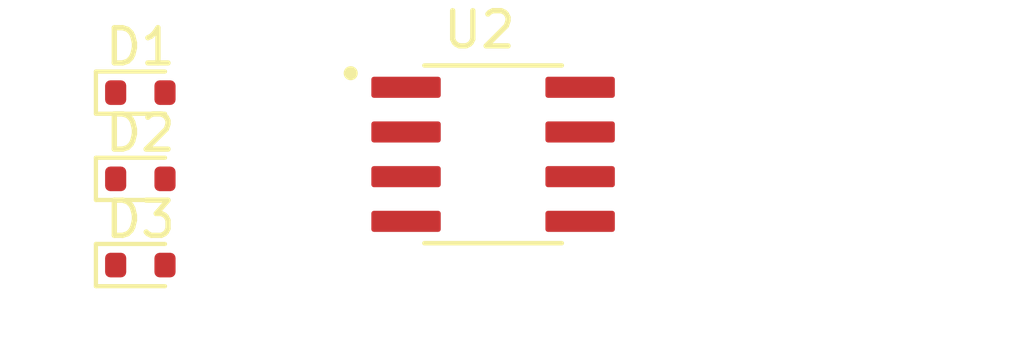
<source format=kicad_pcb>
(kicad_pcb (version 20241229) (generator "pcbnew") (generator_version "9.0")
  (layers (0 "F.Cu" signal) (2 "B.Cu" signal) (13 "F.Paste" user) (15 "B.Paste" user) (5 "F.SilkS" user "F.Silkscreen") (7 "B.SilkS" user "B.Silkscreen") (1 "F.Mask" user) (3 "B.Mask" user) (25 "Edge.Cuts" user))
  (net 0 "")
  (net 1 "Net-(D1-A)")
  (net 2 "Net-(D1-K)")
  (net 5 "GND")
  (net 8 "/VBUS")
  (net 10 "/V_IN")
  (footprint "Diode_SMD:D_SOD-523" (layer "F.Cu") (at 111.49 84.9475)
    (property "Reference" "D2" (at 0 -1.3 0) (layer "F.SilkS"))
    (property "Value" "1N4148WT")
    (fp_line (start -1.26 -0.6) (end -1.26 0.6) (stroke (width 0.12)) (layer "F.SilkS"))
    (fp_line (start 0.7 -0.6) (end -1.26 -0.6) (stroke (width 0.12)) (layer "F.SilkS"))
    (fp_line (start 0.7 0.6) (end -1.26 0.6) (stroke (width 0.12)) (layer "F.SilkS"))
    (pad "1" smd roundrect (at -0.7 0 180) (size 0.6 0.7) (layers "F.Cu" "F.Mask" "F.Paste") (net 1 "Net-(D1-A)"))
    (pad "2" smd roundrect (at 0.7 0 180) (size 0.6 0.7) (layers "F.Cu" "F.Mask" "F.Paste") (net 2 "Net-(D1-K)"))
  )
  (footprint "Diode_SMD:D_SOD-523" (layer "F.Cu") (at 111.49 82.4975)
    (property "Reference" "D1" (at 0 -1.3 0) (layer "F.SilkS"))
    (property "Value" "1N4148WT")
    (fp_line (start -1.26 -0.6) (end -1.26 0.6) (stroke (width 0.12)) (layer "F.SilkS"))
    (fp_line (start 0.7 -0.6) (end -1.26 -0.6) (stroke (width 0.12)) (layer "F.SilkS"))
    (fp_line (start 0.7 0.6) (end -1.26 0.6) (stroke (width 0.12)) (layer "F.SilkS"))
    (pad "1" smd roundrect (at -0.7 0 180) (size 0.6 0.7) (layers "F.Cu" "F.Mask" "F.Paste") (net 2 "Net-(D1-K)"))
    (pad "2" smd roundrect (at 0.7 0 180) (size 0.6 0.7) (layers "F.Cu" "F.Mask" "F.Paste") (net 1 "Net-(D1-A)"))
  )
  (footprint "LMC7660IMX_NOPB:SOIC127P599X175-8N" (layer "F.Cu") (at 121.5 84.25)
    (property "Reference" "U2" (at -0.385 -3.537 0) (layer "F.SilkS"))
    (property "Value" "LMC7660IMX_NOPB")
    (fp_line (start -1.95 -2.525) (end 1.95 -2.525) (stroke (width 0.127)) (layer "F.SilkS"))
    (fp_line (start -1.95 2.525) (end 1.95 2.525) (stroke (width 0.127)) (layer "F.SilkS"))
    (fp_circle (center -4.04 -2.305) (end -3.94 -2.305) (stroke (width 0.2)) (fill no) (layer "F.SilkS"))
    (pad "1" smd roundrect (at -2.47 -1.905) (size 1.97 0.6) (layers "F.Cu" "F.Mask" "F.Paste") (roundrect_rratio 0.125))
    (pad "2" smd roundrect (at -2.47 -0.635) (size 1.97 0.6) (layers "F.Cu" "F.Mask" "F.Paste") (roundrect_rratio 0.125))
    (pad "3" smd roundrect (at -2.47 0.635) (size 1.97 0.6) (layers "F.Cu" "F.Mask" "F.Paste") (roundrect_rratio 0.125) (net 5 "GND"))
    (pad "4" smd roundrect (at -2.47 1.905) (size 1.97 0.6) (layers "F.Cu" "F.Mask" "F.Paste") (roundrect_rratio 0.125))
    (pad "5" smd roundrect (at 2.47 1.905) (size 1.97 0.6) (layers "F.Cu" "F.Mask" "F.Paste") (roundrect_rratio 0.125) (net 8 "/VBUS"))
    (pad "6" smd roundrect (at 2.47 0.635) (size 1.97 0.6) (layers "F.Cu" "F.Mask" "F.Paste") (roundrect_rratio 0.125))
    (pad "7" smd roundrect (at 2.47 -0.635) (size 1.97 0.6) (layers "F.Cu" "F.Mask" "F.Paste") (roundrect_rratio 0.125) (net 5 "GND"))
    (pad "8" smd roundrect (at 2.47 -1.905) (size 1.97 0.6) (layers "F.Cu" "F.Mask" "F.Paste") (roundrect_rratio 0.125) (net 10 "/V_IN"))
  )
  (footprint "Diode_SMD:D_SOD-523" (layer "F.Cu") (at 111.49 87.3975)
    (property "Reference" "D3" (at 0 -1.3 0) (layer "F.SilkS"))
    (property "Value" "1N4148WT")
    (fp_line (start -1.26 -0.6) (end -1.26 0.6) (stroke (width 0.12)) (layer "F.SilkS"))
    (fp_line (start 0.7 -0.6) (end -1.26 -0.6) (stroke (width 0.12)) (layer "F.SilkS"))
    (fp_line (start 0.7 0.6) (end -1.26 0.6) (stroke (width 0.12)) (layer "F.SilkS"))
    (pad "1" smd roundrect (at -0.7 0 180) (size 0.6 0.7) (layers "F.Cu" "F.Mask" "F.Paste") (net 2 "Net-(D1-K)"))
    (pad "2" smd roundrect (at 0.7 0 180) (size 0.6 0.7) (layers "F.Cu" "F.Mask" "F.Paste"))
  )
)
</source>
